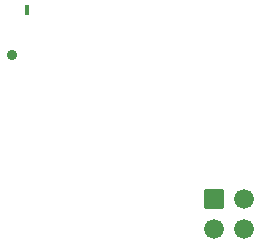
<source format=gbs>
G04 Layer: BottomSolderMaskLayer*
G04 EasyEDA v6.5.22, 2023-01-13 20:03:49*
G04 4af29382efde4495a0526e0f4e779ae0,8b4b4f1b4b1740689f263a8d45eed83e,10*
G04 Gerber Generator version 0.2*
G04 Scale: 100 percent, Rotated: No, Reflected: No *
G04 Dimensions in millimeters *
G04 leading zeros omitted , absolute positions ,4 integer and 5 decimal *
%FSLAX45Y45*%
%MOMM*%

%AMMACRO1*1,1,$1,$2,$3*1,1,$1,$4,$5*1,1,$1,0-$2,0-$3*1,1,$1,0-$4,0-$5*20,1,$1,$2,$3,$4,$5,0*20,1,$1,$4,$5,0-$2,0-$3,0*20,1,$1,0-$2,0-$3,0-$4,0-$5,0*20,1,$1,0-$4,0-$5,$2,$3,0*4,1,4,$2,$3,$4,$5,0-$2,0-$3,0-$4,0-$5,$2,$3,0*%
%ADD10MACRO1,0.1016X0.7874X0.7874X0.7874X-0.7874*%
%ADD11C,1.6764*%
%ADD12MACRO1,0.1016X-0.15X-0.375X-0.15X0.375*%
%ADD13C,0.9096*%

%LPD*%
D10*
G01*
X6616700Y9766300D03*
D11*
G01*
X6870700Y9766300D03*
G01*
X6616700Y9512300D03*
G01*
X6870700Y9512300D03*
D12*
G01*
X5029200Y11366500D03*
D13*
G01*
X4902200Y10985500D03*
M02*

</source>
